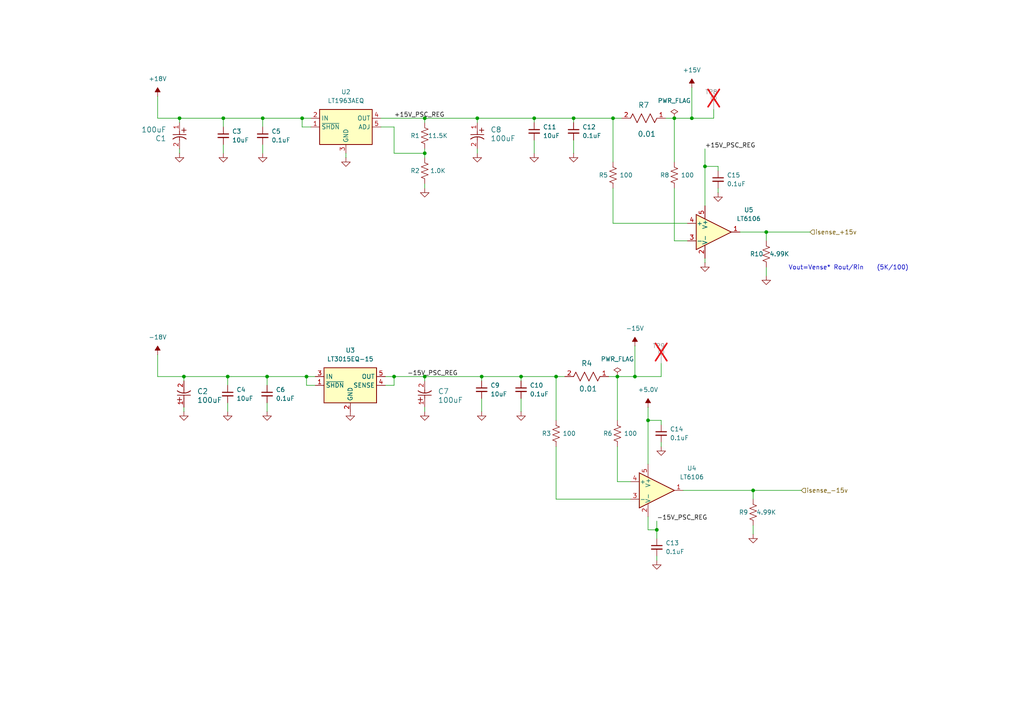
<source format=kicad_sch>
(kicad_sch (version 20250114) (generator "eeschema") (generator_version "9.0")
  (paper "A4")
  (lib_symbols
    (symbol "Connector:TestPoint" (pin_numbers (hide yes)) (pin_names (offset 0.762) (hide yes))
      (property "Reference" "TP" (at 0 6.858 0))
      (property "Value" "TestPoint" (at 0 5.08 0))
      (symbol "TestPoint_0_1"
        (circle (center 0 3.302) (radius 0.762))
      )
      (symbol "TestPoint_1_1"
        (pin passive line (at 0 0 90) (length 2.54) (name "1") (number "1"))
      )
    )
    (symbol "Device:C_Small" (pin_numbers (hide yes)) (pin_names (offset 0.254) (hide yes))
      (property "Reference" "C" (at 0.254 1.778 0))
      (property "Value" "C_Small" (at 0.254 -2.032 0))
      (symbol "C_Small_0_1"
        (polyline (pts (xy -1.524 0.508) (xy 1.524 0.508)) (stroke (width 0.3048)))
        (polyline (pts (xy -1.524 -0.508) (xy 1.524 -0.508)) (stroke (width 0.3302)))
      )
      (symbol "C_Small_1_1"
        (pin passive line (at 0 2.54 270) (length 2.032) (name "~") (number "1"))
        (pin passive line (at 0 -2.54 90) (length 2.032) (name "~") (number "2"))
      )
    )
    (symbol "Device:R_US" (pin_numbers (hide yes)) (pin_names (offset 0))
      (property "Reference" "R" (at 2.54 0 90))
      (property "Value" "R_US" (at -2.54 0 90))
      (symbol "R_US_0_1"
        (polyline (pts (xy 0 2.286) (xy 0 2.54)))
        (polyline (pts (xy 0 2.286) (xy 1.016 1.905) (xy 0 1.524) (xy -1.016 1.143) (xy 0 0.762)))
        (polyline (pts (xy 0 0.762) (xy 1.016 0.381) (xy 0 0) (xy -1.016 -0.381) (xy 0 -0.762)))
        (polyline (pts (xy 0 -0.762) (xy 1.016 -1.143) (xy 0 -1.524) (xy -1.016 -1.905) (xy 0 -2.286)))
        (polyline (pts (xy 0 -2.286) (xy 0 -2.54)))
      )
      (symbol "R_US_1_1"
        (pin passive line (at 0 3.81 270) (length 1.27) (name "~") (number "1"))
        (pin passive line (at 0 -3.81 90) (length 1.27) (name "~") (number "2"))
      )
    )
    (symbol "KRL6432E-M-R010-F-T1_1" (pin_names (offset 0.254))
      (property "Reference" "R" (at 5.715 3.81 0))
      (property "Value" "KRL6432E-M-R010-F-T1" (at 6.35 -3.81 0))
      (symbol "KRL6432E-M-R010-F-T1_1_1_1"
        (polyline (pts (xy 2.54 0) (xy 3.175 1.27)) (stroke (width 0.2032)))
        (polyline (pts (xy 3.175 1.27) (xy 4.445 -1.27)) (stroke (width 0.2032)))
        (polyline (pts (xy 4.445 -1.27) (xy 5.715 1.27)) (stroke (width 0.2032)))
        (polyline (pts (xy 5.715 1.27) (xy 6.985 -1.27)) (stroke (width 0.2032)))
        (polyline (pts (xy 6.985 -1.27) (xy 8.255 1.27)) (stroke (width 0.2032)))
        (polyline (pts (xy 8.255 1.27) (xy 9.525 -1.27)) (stroke (width 0.2032)))
        (polyline (pts (xy 9.525 -1.27) (xy 10.16 0)) (stroke (width 0.2032)))
        (pin passive line (at 0 0 0) (length 2.54) (name "") (number "1"))
        (pin passive line (at 12.7 0 180) (length 2.54) (name "") (number "2"))
      )
      (symbol "KRL6432E-M-R010-F-T1_1_1_2"
        (polyline (pts (xy -1.27 8.255) (xy 1.27 9.525)) (stroke (width 0.2032)))
        (polyline (pts (xy -1.27 5.715) (xy 1.27 6.985)) (stroke (width 0.2032)))
        (polyline (pts (xy -1.27 3.175) (xy 1.27 4.445)) (stroke (width 0.2032)))
        (polyline (pts (xy 0 2.54) (xy -1.27 3.175)) (stroke (width 0.2032)))
        (polyline (pts (xy 1.27 9.525) (xy 0 10.16)) (stroke (width 0.2032)))
        (polyline (pts (xy 1.27 6.985) (xy -1.27 8.255)) (stroke (width 0.2032)))
        (polyline (pts (xy 1.27 4.445) (xy -1.27 5.715)) (stroke (width 0.2032)))
        (pin unspecified line (at 0 12.7 270) (length 2.54) (name "") (number "1"))
        (pin unspecified line (at 0 0 90) (length 2.54) (name "") (number "2"))
      )
    )
    (symbol "Regulator_Linear:LT1963AEQ"
      (property "Reference" "U" (at -7.62 6.35 0))
      (property "Value" "LT1963AEQ" (at -1.27 6.35 0))
      (symbol "LT1963AEQ_0_1"
        (rectangle (start -7.62 5.08) (end 7.62 -5.08) (stroke (width 0.254)) (fill (type background)))
      )
      (symbol "LT1963AEQ_1_1"
        (pin power_in line (at -10.16 2.54 0) (length 2.54) (name "IN") (number "2"))
        (pin input line (at -10.16 0 0) (length 2.54) (name "~{SHDN}") (number "1"))
        (pin power_in line (at 0 -7.62 90) (length 2.54) (name "GND") (number "3"))
        (pin power_out line (at 10.16 2.54 180) (length 2.54) (name "OUT") (number "4"))
        (pin input line (at 10.16 0 180) (length 2.54) (name "ADJ") (number "5"))
      )
    )
    (symbol "Regulator_Linear:LT3015xQ-15"
      (property "Reference" "U" (at -6.35 6.35 0))
      (property "Value" "LT3015xQ-15" (at -3.81 6.35 0))
      (symbol "LT3015xQ-15_0_1"
        (rectangle (start -7.62 5.08) (end 7.62 -5.08) (stroke (width 0.254)) (fill (type background)))
      )
      (symbol "LT3015xQ-15_1_1"
        (pin power_in line (at -10.16 2.54 0) (length 2.54) (name "IN") (number "3"))
        (pin input line (at -10.16 0 0) (length 2.54) (name "~{SHDN}") (number "1"))
        (pin power_in line (at 0 -7.62 90) (length 2.54) (name "GND") (number "2"))
        (pin power_out line (at 10.16 2.54 180) (length 2.54) (name "OUT") (number "5"))
        (pin input line (at 10.16 0 180) (length 2.54) (name "SENSE") (number "4"))
      )
    )
    (symbol "power:GND" (power) (pin_numbers (hide yes)) (pin_names (offset 0) (hide yes))
      (property "Value" "GND" (at 0 -3.81 0))
      (symbol "GND_0_1"
        (polyline (pts (xy 0 0) (xy 0 -1.27) (xy 1.27 -1.27) (xy 0 -2.54) (xy -1.27 -1.27) (xy 0 -1.27)))
      )
      (symbol "GND_1_1"
        (pin power_in line (at 0 0 270) (length 0) (name "~") (number "1"))
      )
    )
    (symbol "power:PWR_FLAG" (power) (pin_numbers (hide yes)) (pin_names (offset 0) (hide yes))
      (property "Value" "PWR_FLAG" (at 0 3.81 0))
      (symbol "PWR_FLAG_0_0"
        (pin power_out line (at 0 0 90) (length 0) (name "~") (number "1"))
      )
      (symbol "PWR_FLAG_0_1"
        (polyline (pts (xy 0 0) (xy 0 1.27) (xy -1.016 1.905) (xy 0 2.54) (xy 1.016 1.905) (xy 0 1.27)))
      )
    )
    (symbol "psc:+15V" (power) (pin_numbers (hide yes)) (pin_names (offset 0) (hide yes))
      (property "Value" "+15V" (at 0 3.556 0))
      (symbol "+15V_0_0"
        (pin power_in line (at 0 0 90) (length 0) (name "~") (number "1"))
      )
      (symbol "+15V_0_1"
        (polyline (pts (xy 0 0) (xy 0 1.27) (xy 0.762 1.27) (xy 0 2.54) (xy -0.762 1.27) (xy 0 1.27)) (fill (type outline)))
      )
    )
    (symbol "psc:+18V" (power) (pin_numbers (hide yes)) (pin_names (offset 0) (hide yes))
      (property "Value" "+18V" (at 0 3.556 0))
      (symbol "+18V_0_0"
        (pin power_in line (at 0 0 90) (length 0) (name "~") (number "1"))
      )
      (symbol "+18V_0_1"
        (polyline (pts (xy 0 0) (xy 0 1.27) (xy 0.762 1.27) (xy 0 2.54) (xy -0.762 1.27) (xy 0 1.27)) (fill (type outline)))
      )
    )
    (symbol "psc:+5.0V" (power) (pin_numbers (hide yes)) (pin_names (offset 0) (hide yes))
      (property "Value" "+5.0V" (at 0 3.556 0))
      (symbol "+5.0V_0_0"
        (pin power_in line (at 0 0 90) (length 0) (name "~") (number "1"))
      )
      (symbol "+5.0V_0_1"
        (polyline (pts (xy 0 0) (xy 0 1.27) (xy 0.762 1.27) (xy 0 2.54) (xy -0.762 1.27) (xy 0 1.27)) (fill (type outline)))
      )
    )
    (symbol "psc:-15V" (power) (pin_numbers (hide yes)) (pin_names (offset 0) (hide yes))
      (property "Value" "-15V" (at 0 3.556 0))
      (symbol "-15V_0_0"
        (pin power_in line (at 0 0 90) (length 0) (name "~") (number "1"))
      )
      (symbol "-15V_0_1"
        (polyline (pts (xy 0 0) (xy 0 1.27) (xy 0.762 1.27) (xy 0 2.54) (xy -0.762 1.27) (xy 0 1.27)) (fill (type outline)))
      )
    )
    (symbol "psc:-18V" (power) (pin_numbers (hide yes)) (pin_names (offset 0) (hide yes))
      (property "Value" "-18V" (at 0 3.556 0))
      (symbol "-18V_0_0"
        (pin power_in line (at 0 0 90) (length 0) (name "~") (number "1"))
      )
      (symbol "-18V_0_1"
        (polyline (pts (xy 0 0) (xy 0 1.27) (xy 0.762 1.27) (xy 0 2.54) (xy -0.762 1.27) (xy 0 1.27)) (fill (type outline)))
      )
    )
    (symbol "psc:EEE-FTH101XAP" (pin_names (offset 0.254))
      (property "Reference" "C" (at 3.81 3.81 0))
      (property "Value" "EEE-FTH101XAP" (at 3.81 -3.81 0))
      (symbol "EEE-FTH101XAP_1_1"
        (polyline (pts (xy 1.5748 1.27) (xy 2.8448 1.27)) (stroke (width 0.2032)))
        (polyline (pts (xy 2.2098 0.635) (xy 2.2098 1.905)) (stroke (width 0.2032)))
        (polyline (pts (xy 2.54 0) (xy 3.4798 0)) (stroke (width 0.2032)))
        (polyline (pts (xy 3.4798 -1.905) (xy 3.4798 1.905)) (stroke (width 0.2032)))
        (polyline (pts (xy 4.1148 0) (xy 5.08 0)) (stroke (width 0.2032)))
        (arc (start 4.7541 -1.9108) (mid 4.1148 0) (end 4.7541 1.9108) (stroke (width 0.254)))
        (pin unspecified line (at 0 0 0) (length 2.54) (name "") (number "1"))
        (pin unspecified line (at 7.62 0 180) (length 2.54) (name "") (number "2"))
      )
      (symbol "EEE-FTH101XAP_1_2"
        (polyline (pts (xy -1.905 -3.4798) (xy 1.905 -3.4798)) (stroke (width 0.2032)))
        (polyline (pts (xy 0 -2.54) (xy 0 -3.4798)) (stroke (width 0.2032)))
        (polyline (pts (xy 0 -4.1148) (xy 0 -5.08)) (stroke (width 0.2032)))
        (arc (start -1.9108 -4.7541) (mid 0 -4.1148) (end 1.9108 -4.7541) (stroke (width 0.254)))
        (polyline (pts (xy 0.635 -2.2098) (xy 1.905 -2.2098)) (stroke (width 0.2032)))
        (polyline (pts (xy 1.27 -1.5748) (xy 1.27 -2.8448)) (stroke (width 0.2032)))
        (pin unspecified line (at 0 0 270) (length 2.54) (name "") (number "2"))
        (pin unspecified line (at 0 -7.62 90) (length 2.54) (name "") (number "1"))
      )
    )
    (symbol "psc:KRL6432E-M-R010-F-T1" (pin_names (offset 0.254))
      (property "Reference" "R" (at 5.715 3.81 0))
      (property "Value" "KRL6432E-M-R010-F-T1" (at 6.35 -3.81 0))
      (symbol "KRL6432E-M-R010-F-T1_1_1"
        (polyline (pts (xy 2.54 0) (xy 3.175 1.27)) (stroke (width 0.2032)))
        (polyline (pts (xy 3.175 1.27) (xy 4.445 -1.27)) (stroke (width 0.2032)))
        (polyline (pts (xy 4.445 -1.27) (xy 5.715 1.27)) (stroke (width 0.2032)))
        (polyline (pts (xy 5.715 1.27) (xy 6.985 -1.27)) (stroke (width 0.2032)))
        (polyline (pts (xy 6.985 -1.27) (xy 8.255 1.27)) (stroke (width 0.2032)))
        (polyline (pts (xy 8.255 1.27) (xy 9.525 -1.27)) (stroke (width 0.2032)))
        (polyline (pts (xy 9.525 -1.27) (xy 10.16 0)) (stroke (width 0.2032)))
        (pin passive line (at 0 0 0) (length 2.54) (name "") (number "1"))
        (pin passive line (at 12.7 0 180) (length 2.54) (name "") (number "2"))
      )
      (symbol "KRL6432E-M-R010-F-T1_1_2"
        (polyline (pts (xy -1.27 8.255) (xy 1.27 9.525)) (stroke (width 0.2032)))
        (polyline (pts (xy -1.27 5.715) (xy 1.27 6.985)) (stroke (width 0.2032)))
        (polyline (pts (xy -1.27 3.175) (xy 1.27 4.445)) (stroke (width 0.2032)))
        (polyline (pts (xy 0 2.54) (xy -1.27 3.175)) (stroke (width 0.2032)))
        (polyline (pts (xy 1.27 9.525) (xy 0 10.16)) (stroke (width 0.2032)))
        (polyline (pts (xy 1.27 6.985) (xy -1.27 8.255)) (stroke (width 0.2032)))
        (polyline (pts (xy 1.27 4.445) (xy -1.27 5.715)) (stroke (width 0.2032)))
        (pin unspecified line (at 0 12.7 270) (length 2.54) (name "") (number "1"))
        (pin unspecified line (at 0 0 90) (length 2.54) (name "") (number "2"))
      )
    )
    (symbol "psc:LT6105" (pin_names (offset 0.127))
      (property "Reference" "U" (at 1.27 5.08 0))
      (property "Value" "LT6105" (at 0 -5.08 0))
      (symbol "LT6105_0_1"
        (polyline (pts (xy -5.08 5.08) (xy 5.08 0) (xy -5.08 -5.08) (xy -5.08 5.08)) (stroke (width 0.254)) (fill (type background)))
      )
      (symbol "LT6105_1_1"
        (pin input line (at -7.62 2.54 0) (length 2.54) (name "+") (number "4"))
        (pin input line (at -7.62 -2.54 0) (length 2.54) (name "-") (number "3"))
        (pin power_in line (at -2.54 7.62 270) (length 3.81) (name "V+") (number "5"))
        (pin power_in line (at -2.54 -7.62 90) (length 3.81) (name "V-") (number "2"))
        (pin open_collector line (at 7.62 0 180) (length 2.54) (name "~") (number "1"))
      )
    )
    (symbol "psc:T521X107M025ATE060" (pin_names (offset 0.254))
      (property "Reference" "C" (at 3.81 3.81 0))
      (property "Value" "T521X107M025ATE060" (at 3.81 -3.81 0))
      (symbol "T521X107M025ATE060_1_1"
        (polyline (pts (xy 1.5748 1.27) (xy 2.8448 1.27)) (stroke (width 0.2032)))
        (polyline (pts (xy 2.2098 0.635) (xy 2.2098 1.905)) (stroke (width 0.2032)))
        (polyline (pts (xy 2.54 0) (xy 3.4798 0)) (stroke (width 0.2032)))
        (polyline (pts (xy 3.4798 -1.905) (xy 3.4798 1.905)) (stroke (width 0.2032)))
        (polyline (pts (xy 4.1148 0) (xy 5.08 0)) (stroke (width 0.2032)))
        (arc (start 4.7541 -1.9108) (mid 4.1148 0) (end 4.7541 1.9108) (stroke (width 0.254)))
        (pin unspecified line (at 0 0 0) (length 2.54) (name "") (number "1"))
        (pin unspecified line (at 7.62 0 180) (length 2.54) (name "") (number "2"))
      )
      (symbol "T521X107M025ATE060_1_2"
        (polyline (pts (xy -1.905 -3.4798) (xy 1.905 -3.4798)) (stroke (width 0.2032)))
        (polyline (pts (xy 0 -2.54) (xy 0 -3.4798)) (stroke (width 0.2032)))
        (polyline (pts (xy 0 -4.1148) (xy 0 -5.08)) (stroke (width 0.2032)))
        (arc (start -1.9108 -4.7541) (mid 0 -4.1148) (end 1.9108 -4.7541) (stroke (width 0.254)))
        (polyline (pts (xy 0.635 -2.2098) (xy 1.905 -2.2098)) (stroke (width 0.2032)))
        (polyline (pts (xy 1.27 -1.5748) (xy 1.27 -2.8448)) (stroke (width 0.2032)))
        (pin unspecified line (at 0 0 270) (length 2.54) (name "") (number "1"))
        (pin unspecified line (at 0 -7.62 90) (length 2.54) (name "") (number "2"))
      )
    )
  )
  (text "Vout=Vense* Rout/Rin    (5K/100)" (at 246.126 77.724 0) (effects (font (size 1.27 1.27))))
  (junction (at 139.7 109.22))
  (junction (at 123.19 109.22))
  (junction (at 87.63 34.29))
  (junction (at 187.96 121.92))
  (junction (at 66.04 109.22))
  (junction (at 161.29 109.22))
  (junction (at 204.47 48.26))
  (junction (at 166.37 34.29))
  (junction (at 179.07 109.22))
  (junction (at 53.34 109.22))
  (junction (at 195.58 34.29))
  (junction (at 177.8 34.29))
  (junction (at 76.2 34.29))
  (junction (at 184.15 109.22))
  (junction (at 123.19 34.29))
  (junction (at 123.19 44.45))
  (junction (at 52.07 34.29))
  (junction (at 190.5 153.67))
  (junction (at 200.66 34.29))
  (junction (at 114.3 109.22))
  (junction (at 77.47 109.22))
  (junction (at 218.44 142.24))
  (junction (at 138.43 34.29))
  (junction (at 64.77 34.29))
  (junction (at 154.94 34.29))
  (junction (at 222.25 67.31))
  (junction (at 151.13 109.22))
  (junction (at 88.9 109.22))
  (wire (pts (xy 87.63 36.83) (xy 87.63 34.29)))
  (wire (pts (xy 123.19 43.18) (xy 123.19 44.45)))
  (wire (pts (xy 66.04 109.22) (xy 66.04 111.76)))
  (wire (pts (xy 200.66 25.4) (xy 200.66 34.29)))
  (wire (pts (xy 161.29 129.54) (xy 161.29 144.78)))
  (wire (pts (xy 64.77 44.45) (xy 64.77 41.91)))
  (wire (pts (xy 114.3 109.22) (xy 111.76 109.22)))
  (wire (pts (xy 139.7 110.49) (xy 139.7 109.22)))
  (wire (pts (xy 110.49 36.83) (xy 114.3 36.83)))
  (wire (pts (xy 114.3 36.83) (xy 114.3 44.45)))
  (wire (pts (xy 45.72 27.94) (xy 45.72 34.29)))
  (wire (pts (xy 123.19 44.45) (xy 123.19 45.72)))
  (wire (pts (xy 123.19 109.22) (xy 139.7 109.22)))
  (wire (pts (xy 193.04 34.29) (xy 195.58 34.29)))
  (wire (pts (xy 53.34 109.22) (xy 66.04 109.22)))
  (wire (pts (xy 87.63 34.29) (xy 90.17 34.29)))
  (wire (pts (xy 176.53 109.22) (xy 179.07 109.22)))
  (wire (pts (xy 139.7 119.38) (xy 139.7 115.57)))
  (wire (pts (xy 218.44 142.24) (xy 232.41 142.24)))
  (wire (pts (xy 45.72 109.22) (xy 53.34 109.22)))
  (wire (pts (xy 208.28 55.88) (xy 208.28 54.61)))
  (wire (pts (xy 114.3 44.45) (xy 123.19 44.45)))
  (wire (pts (xy 190.5 153.67) (xy 190.5 151.13)))
  (wire (pts (xy 222.25 80.01) (xy 222.25 77.47)))
  (wire (pts (xy 199.39 69.85) (xy 195.58 69.85)))
  (wire (pts (xy 91.44 111.76) (xy 88.9 111.76)))
  (wire (pts (xy 218.44 154.94) (xy 218.44 152.4)))
  (wire (pts (xy 123.19 109.22) (xy 123.19 110.49)))
  (wire (pts (xy 204.47 48.26) (xy 204.47 59.69)))
  (wire (pts (xy 161.29 109.22) (xy 163.83 109.22)))
  (wire (pts (xy 45.72 34.29) (xy 52.07 34.29)))
  (wire (pts (xy 151.13 110.49) (xy 151.13 109.22)))
  (wire (pts (xy 208.28 49.53) (xy 208.28 48.26)))
  (wire (pts (xy 154.94 44.45) (xy 154.94 40.64)))
  (wire (pts (xy 138.43 34.29) (xy 154.94 34.29)))
  (wire (pts (xy 77.47 109.22) (xy 88.9 109.22)))
  (wire (pts (xy 45.72 102.87) (xy 45.72 109.22)))
  (wire (pts (xy 191.77 121.92) (xy 187.96 121.92)))
  (wire (pts (xy 195.58 34.29) (xy 200.66 34.29)))
  (wire (pts (xy 76.2 34.29) (xy 87.63 34.29)))
  (wire (pts (xy 179.07 129.54) (xy 179.07 139.7)))
  (wire (pts (xy 52.07 34.29) (xy 64.77 34.29)))
  (wire (pts (xy 138.43 35.56) (xy 138.43 34.29)))
  (wire (pts (xy 114.3 109.22) (xy 123.19 109.22)))
  (wire (pts (xy 177.8 34.29) (xy 177.8 46.99)))
  (wire (pts (xy 182.88 139.7) (xy 179.07 139.7)))
  (wire (pts (xy 177.8 54.61) (xy 177.8 64.77)))
  (wire (pts (xy 195.58 34.29) (xy 195.58 46.99)))
  (wire (pts (xy 179.07 109.22) (xy 179.07 121.92)))
  (wire (pts (xy 190.5 162.56) (xy 190.5 161.29)))
  (wire (pts (xy 222.25 67.31) (xy 222.25 69.85)))
  (wire (pts (xy 166.37 35.56) (xy 166.37 34.29)))
  (wire (pts (xy 151.13 119.38) (xy 151.13 115.57)))
  (wire (pts (xy 123.19 34.29) (xy 123.19 35.56)))
  (wire (pts (xy 218.44 142.24) (xy 218.44 144.78)))
  (wire (pts (xy 154.94 34.29) (xy 166.37 34.29)))
  (wire (pts (xy 190.5 153.67) (xy 190.5 156.21)))
  (wire (pts (xy 88.9 109.22) (xy 91.44 109.22)))
  (wire (pts (xy 110.49 34.29) (xy 123.19 34.29)))
  (wire (pts (xy 123.19 118.11) (xy 123.19 119.38)))
  (wire (pts (xy 198.12 142.24) (xy 218.44 142.24)))
  (wire (pts (xy 179.07 109.22) (xy 184.15 109.22)))
  (wire (pts (xy 90.17 36.83) (xy 87.63 36.83)))
  (wire (pts (xy 214.63 67.31) (xy 222.25 67.31)))
  (wire (pts (xy 114.3 111.76) (xy 114.3 109.22)))
  (wire (pts (xy 111.76 111.76) (xy 114.3 111.76)))
  (wire (pts (xy 207.01 31.75) (xy 207.01 34.29)))
  (wire (pts (xy 222.25 67.31) (xy 234.95 67.31)))
  (wire (pts (xy 207.01 34.29) (xy 200.66 34.29)))
  (wire (pts (xy 199.39 64.77) (xy 177.8 64.77)))
  (wire (pts (xy 66.04 119.38) (xy 66.04 116.84)))
  (wire (pts (xy 100.33 45.72) (xy 100.33 44.45)))
  (wire (pts (xy 76.2 36.83) (xy 76.2 34.29)))
  (wire (pts (xy 76.2 44.45) (xy 76.2 41.91)))
  (wire (pts (xy 123.19 54.61) (xy 123.19 53.34)))
  (wire (pts (xy 52.07 44.45) (xy 52.07 43.18)))
  (wire (pts (xy 64.77 34.29) (xy 76.2 34.29)))
  (wire (pts (xy 187.96 153.67) (xy 187.96 149.86)))
  (wire (pts (xy 204.47 43.18) (xy 204.47 48.26)))
  (wire (pts (xy 88.9 111.76) (xy 88.9 109.22)))
  (wire (pts (xy 53.34 118.11) (xy 53.34 119.38)))
  (wire (pts (xy 191.77 105.41) (xy 191.77 109.22)))
  (wire (pts (xy 161.29 144.78) (xy 182.88 144.78)))
  (wire (pts (xy 191.77 123.19) (xy 191.77 121.92)))
  (wire (pts (xy 139.7 109.22) (xy 151.13 109.22)))
  (wire (pts (xy 166.37 34.29) (xy 177.8 34.29)))
  (wire (pts (xy 187.96 121.92) (xy 187.96 134.62)))
  (wire (pts (xy 208.28 48.26) (xy 204.47 48.26)))
  (wire (pts (xy 53.34 109.22) (xy 53.34 110.49)))
  (wire (pts (xy 190.5 153.67) (xy 187.96 153.67)))
  (wire (pts (xy 77.47 111.76) (xy 77.47 109.22)))
  (wire (pts (xy 184.15 100.33) (xy 184.15 109.22)))
  (wire (pts (xy 66.04 109.22) (xy 77.47 109.22)))
  (wire (pts (xy 52.07 34.29) (xy 52.07 35.56)))
  (wire (pts (xy 191.77 129.54) (xy 191.77 128.27)))
  (wire (pts (xy 123.19 34.29) (xy 138.43 34.29)))
  (wire (pts (xy 161.29 109.22) (xy 161.29 121.92)))
  (wire (pts (xy 195.58 54.61) (xy 195.58 69.85)))
  (wire (pts (xy 77.47 119.38) (xy 77.47 116.84)))
  (wire (pts (xy 154.94 35.56) (xy 154.94 34.29)))
  (wire (pts (xy 138.43 44.45) (xy 138.43 43.18)))
  (wire (pts (xy 166.37 44.45) (xy 166.37 40.64)))
  (wire (pts (xy 151.13 109.22) (xy 161.29 109.22)))
  (wire (pts (xy 191.77 109.22) (xy 184.15 109.22)))
  (wire (pts (xy 64.77 34.29) (xy 64.77 36.83)))
  (wire (pts (xy 204.47 76.2) (xy 204.47 74.93)))
  (wire (pts (xy 177.8 34.29) (xy 180.34 34.29)))
  (wire (pts (xy 187.96 118.11) (xy 187.96 121.92)))
  (label "+15V_PSC_REG" (at 114.3 34.29 0))
  (label "+15V_PSC_REG" (at 204.47 43.18 0))
  (label "-15V_PSC_REG" (at 118.11 109.22 0))
  (label "-15V_PSC_REG" (at 190.5 151.13 0))
  (hierarchical_label "isense_+15v" (shape input) (at 234.95 67.31 0))
  (hierarchical_label "isense_-15v" (shape input) (at 232.41 142.24 0))
  (symbol (lib_id "psc:+18V") (at 45.72 27.94 0) (unit 1)
    (property "Reference" "#PWR033" (effects (hide yes)))
    (property "Value" "+18V" (at 45.72 22.86 0))
    (property "Description" "Power symbol creates a global label with name \"-15V\"" (effects (hide yes)))
  )
  (symbol (lib_id "Connector:TestPoint") (at 207.01 31.75 0) (unit 1) (dnp yes)
    (property "Reference" "TP8" (at 204.47 26.67 0) (effects (justify left)))
    (property "Value" "${SHORT_NET_NAME(1)}" (effects (hide yes)))
    (property "Footprint" "TestPoint:TestPoint_THTPad_D2.0mm_Drill1.0mm" (effects (hide yes)))
    (property "${DNP}" "${DNP}" (effects (hide yes)))
    (property "MFG" "N/A" (effects (hide yes)))
    (property "MFG_PN" "N/A" (effects (hide yes)))
  )
  (symbol (lib_id "Device:C_Small") (at 208.28 52.07 0) (unit 1)
    (property "Reference" "C15" (at 210.82 50.8062 0) (effects (justify left)))
    (property "Value" "0.1uF" (at 210.82 53.3462 0) (effects (justify left)))
    (property "Footprint" "Capacitor_SMD:C_0402_1005Metric" (effects (hide yes)))
    (property "Description" "CAP CER 0.1UF 25V X5R 0402" (effects (hide yes)))
    (property "MFG" "Taiyo Yuden" (effects (hide yes)))
    (property "MFG_PN" "TMK105BJ104KV-F" (effects (hide yes)))
    (property "Cost" ".01" (effects (hide yes)))
  )
  (symbol (lib_id "power:GND") (at 100.33 45.72 0) (unit 1)
    (property "Reference" "#PWR041" (effects (hide yes)))
    (property "Value" "GND" (effects (hide yes)))
    (property "Description" "Power symbol creates a global label with name \"GND\" , ground" (effects (hide yes)))
  )
  (symbol (lib_id "power:GND") (at 101.6 119.38 0) (unit 1)
    (property "Reference" "#PWR042" (effects (hide yes)))
    (property "Value" "GND" (effects (hide yes)))
    (property "Description" "Power symbol creates a global label with name \"GND\" , ground" (effects (hide yes)))
  )
  (symbol (lib_name "KRL6432E-M-R010-F-T1_1") (lib_id "psc:KRL6432E-M-R010-F-T1") (at 176.53 109.22 180) (unit 1)
    (property "Reference" "R4" (at 170.18 105.41 0) (effects (font (size 1.524 1.524))))
    (property "Value" "0.01" (at 167.894 112.776 0) (effects (font (size 1.524 1.524)) (justify right)))
    (property "Footprint" "myparts:RES_6432_SUS" (effects (hide yes)))
    (property "Datasheet" "KRL6432E-M-R010-F-T1" (effects (hide yes)))
    (property "Description" "RES 0.01 OHM 3W 2512 WIDE" (effects (hide yes)))
    (property "MFG" "Susumu" (effects (hide yes)))
    (property "MFG_PN" "KRL6432E-M-R010-F-T1" (effects (hide yes)))
    (property "Cost" "0.71" (effects (hide yes)))
  )
  (symbol (lib_id "Device:C_Small") (at 190.5 158.75 0) (unit 1)
    (property "Reference" "C13" (at 193.04 157.4862 0) (effects (justify left)))
    (property "Value" "0.1uF" (at 193.04 160.0262 0) (effects (justify left)))
    (property "Footprint" "Capacitor_SMD:C_0402_1005Metric" (effects (hide yes)))
    (property "Description" "CAP CER 0.1UF 25V X5R 0402" (effects (hide yes)))
    (property "MFG" "Taiyo Yuden" (effects (hide yes)))
    (property "MFG_PN" "TMK105BJ104KV-F" (effects (hide yes)))
    (property "Cost" ".01" (effects (hide yes)))
  )
  (symbol (lib_id "power:GND") (at 154.94 44.45 0) (unit 1)
    (property "Reference" "#PWR048" (effects (hide yes)))
    (property "Value" "GND" (effects (hide yes)))
    (property "Description" "Power symbol creates a global label with name \"GND\" , ground" (effects (hide yes)))
  )
  (symbol (lib_id "power:GND") (at 138.43 44.45 0) (unit 1)
    (property "Reference" "#PWR045" (effects (hide yes)))
    (property "Value" "GND" (effects (hide yes)))
    (property "Description" "Power symbol creates a global label with name \"GND\" , ground" (effects (hide yes)))
  )
  (symbol (lib_id "power:GND") (at 218.44 154.94 0) (unit 1)
    (property "Reference" "#PWR058" (effects (hide yes)))
    (property "Value" "GND" (effects (hide yes)))
    (property "Description" "Power symbol creates a global label with name \"GND\" , ground" (effects (hide yes)))
  )
  (symbol (lib_id "power:GND") (at 151.13 119.38 0) (unit 1)
    (property "Reference" "#PWR047" (effects (hide yes)))
    (property "Value" "GND" (effects (hide yes)))
    (property "Description" "Power symbol creates a global label with name \"GND\" , ground" (effects (hide yes)))
  )
  (symbol (lib_id "psc:-18V") (at 45.72 102.87 0) (unit 1)
    (property "Reference" "#PWR034" (effects (hide yes)))
    (property "Value" "-18V" (at 45.72 97.79 0))
    (property "Description" "Power symbol creates a global label with name \"-15V\"" (effects (hide yes)))
  )
  (symbol (lib_id "power:GND") (at 64.77 44.45 0) (unit 1)
    (property "Reference" "#PWR037" (effects (hide yes)))
    (property "Value" "GND" (effects (hide yes)))
    (property "Description" "Power symbol creates a global label with name \"GND\" , ground" (effects (hide yes)))
  )
  (symbol (lib_id "psc:+15V") (at 200.66 25.4 0) (unit 1)
    (property "Reference" "#PWR057" (effects (hide yes)))
    (property "Value" "+15V" (at 200.66 20.32 0))
    (property "Description" "Power symbol creates a global label with name \"-15V\"" (effects (hide yes)))
  )
  (symbol (lib_id "Device:R_US") (at 177.8 50.8 0) (unit 1)
    (property "Reference" "R5" (at 175.006 50.8 0))
    (property "Value" "100" (at 181.61 50.8 0))
    (property "Footprint" "Resistor_SMD:R_0402_1005Metric" (effects (hide yes)))
    (property "Description" "RES SMD 100 OHM 1% 1/10W 0402" (effects (hide yes)))
    (property "Tolerance" "1%" (effects (hide yes)))
    (property "MFG" "Panasonic" (effects (hide yes)))
    (property "MFG_PN" "ERJ-2RKF1000X" (effects (hide yes)))
    (property "Cost" "0.01" (effects (hide yes)))
  )
  (symbol (lib_id "Regulator_Linear:LT3015xQ-15") (at 101.6 111.76 0) (unit 1)
    (property "Reference" "U3" (at 101.6 101.6 0))
    (property "Value" "LT3015EQ-15" (at 101.6 104.14 0))
    (property "Footprint" "Package_TO_SOT_SMD:TO-263-5_TabPin3" (effects (hide yes)))
    (property "Datasheet" "https://www.analog.com/media/en/technical-documentation/data-sheets/3015fb.pdf" (effects (hide yes)))
    (property "Description" "IC REG LINEAR -15V 1.5A DDPAK-5" (effects (hide yes)))
    (property "Cost" "6.46" (effects (hide yes)))
    (property "MFG" "Analog Devices" (effects (hide yes)))
    (property "MFG_PN" "LT3015EQ-15#PBF" (effects (hide yes)))
  )
  (symbol (lib_id "Device:C_Small") (at 64.77 39.37 0) (unit 1)
    (property "Reference" "C3" (at 67.31 38.1062 0) (effects (justify left)))
    (property "Value" "10uF" (at 67.31 40.6462 0) (effects (justify left)))
    (property "Footprint" "Capacitor_SMD:C_0603_1608Metric" (effects (hide yes)))
    (property "Description" "CAP CER 10UF 25V X5R 0603" (effects (hide yes)))
    (property "Voltage" "25V" (effects (hide yes)))
    (property "MFG_PN" "CL10A106MA8NRNC" (effects (hide yes)))
    (property "Cost" ".04" (effects (hide yes)))
    (property "MFG" "Samsung" (effects (hide yes)))
  )
  (symbol (lib_id "Device:C_Small") (at 77.47 114.3 0) (unit 1)
    (property "Reference" "C6" (at 80.01 113.0362 0) (effects (justify left)))
    (property "Value" "0.1uF" (at 80.01 115.5762 0) (effects (justify left)))
    (property "Footprint" "Capacitor_SMD:C_0402_1005Metric" (effects (hide yes)))
    (property "Description" "CAP CER 0.1UF 25V X5R 0402" (effects (hide yes)))
    (property "MFG" "Taiyo Yuden" (effects (hide yes)))
    (property "MFG_PN" "TMK105BJ104KV-F" (effects (hide yes)))
    (property "Cost" ".01" (effects (hide yes)))
  )
  (symbol (lib_id "Connector:TestPoint") (at 191.77 105.41 0) (unit 1) (dnp yes)
    (property "Reference" "TP9" (at 189.23 100.33 0) (effects (justify left)))
    (property "Value" "${SHORT_NET_NAME(1)}" (effects (hide yes)))
    (property "Footprint" "TestPoint:TestPoint_THTPad_D2.0mm_Drill1.0mm" (effects (hide yes)))
    (property "${DNP}" "${DNP}" (effects (hide yes)))
    (property "MFG" "N/A" (effects (hide yes)))
    (property "MFG_PN" "N/A" (effects (hide yes)))
  )
  (symbol (lib_id "power:PWR_FLAG") (at 179.07 109.22 0) (unit 1)
    (property "Reference" "#FLG04" (effects (hide yes)))
    (property "Value" "PWR_FLAG" (at 179.07 104.14 0))
    (property "Description" "Special symbol for telling ERC where power comes from" (effects (hide yes)))
  )
  (symbol (lib_id "Device:R_US") (at 123.19 49.53 0) (unit 1)
    (property "Reference" "R2" (at 120.396 49.53 0))
    (property "Value" "1.0K" (at 127 49.53 0))
    (property "Footprint" "Resistor_SMD:R_0402_1005Metric" (effects (hide yes)))
    (property "Description" "RES SMD 1K OHM 1% 1/10W 0402" (effects (hide yes)))
    (property "Tolerance" "1%" (effects (hide yes)))
    (property "MFG" "Panasonic" (effects (hide yes)))
    (property "MFG_PN" "ERJ-2RKF1001X" (effects (hide yes)))
    (property "Cost" "0.01" (effects (hide yes)))
  )
  (symbol (lib_id "psc:T521X107M025ATE060") (at 138.43 35.56 270) (unit 1)
    (property "Reference" "C8" (at 142.24 37.6173 90) (effects (font (size 1.524 1.524)) (justify left)))
    (property "Value" "100uF" (at 142.24 40.1573 90) (effects (font (size 1.524 1.524)) (justify left)))
    (property "Footprint" "myparts:CAPMP7.6X4.3_4.3N_KEM" (effects (hide yes)))
    (property "Datasheet" "https://content.kemet.com/datasheets/KEM_T2076_T52X-530.pdf" (effects (hide yes)))
    (property "Description" "CAP TANT POLY 100UF 25V 2917" (effects (hide yes)))
    (property "Part" "T521X107M025ATE060" (effects (hide yes)))
    (property "MFG" "Kemet" (effects (hide yes)))
    (property "MFG_PN" "T521X107M025ATE060" (effects (hide yes)))
    (property "Cost" "3.56" (effects (hide yes)))
  )
  (symbol (lib_id "psc:T521X107M025ATE060") (at 123.19 118.11 90) (unit 1)
    (property "Reference" "C7" (at 127 113.5125 90) (effects (font (size 1.524 1.524)) (justify right)))
    (property "Value" "100uF" (at 127 116.0525 90) (effects (font (size 1.524 1.524)) (justify right)))
    (property "Footprint" "myparts:CAPMP7.6X4.3_4.3N_KEM" (effects (hide yes)))
    (property "Datasheet" "https://content.kemet.com/datasheets/KEM_T2076_T52X-530.pdf" (effects (hide yes)))
    (property "Description" "CAP TANT POLY 100UF 25V 2917" (effects (hide yes)))
    (property "Part" "T521X107M025ATE060" (effects (hide yes)))
    (property "MFG" "Kemet" (effects (hide yes)))
    (property "MFG_PN" "T521X107M025ATE060" (effects (hide yes)))
    (property "Cost" "3.56" (effects (hide yes)))
  )
  (symbol (lib_id "psc:LT6105") (at 190.5 142.24 0) (unit 1)
    (property "Reference" "U4" (at 200.66 135.8198 0))
    (property "Value" "LT6106" (at 200.66 138.3598 0))
    (property "Footprint" "Package_TO_SOT_SMD:SOT-23-5" (effects (hide yes)))
    (property "Datasheet" "https://www.analog.com/media/en/technical-documentation/data-sheets/6106fb.pdf" (effects (hide yes)))
    (property "Description" "IC CURR SENSE 1 CIRCUIT TSOT23-5" (effects (hide yes)))
    (property "Cost" "2.01" (effects (hide yes)))
    (property "MFG" "Analog Devices" (effects (hide yes)))
    (property "MFG_PN" "LT6106CS5#TRMPBF" (effects (hide yes)))
  )
  (symbol (lib_id "power:GND") (at 123.19 119.38 0) (unit 1)
    (property "Reference" "#PWR044" (effects (hide yes)))
    (property "Value" "GND" (effects (hide yes)))
    (property "Description" "Power symbol creates a global label with name \"GND\" , ground" (effects (hide yes)))
  )
  (symbol (lib_id "psc:KRL6432E-M-R010-F-T1") (at 193.04 34.29 180) (unit 1)
    (property "Reference" "R7" (at 186.69 30.48 0) (effects (font (size 1.524 1.524))))
    (property "Value" "0.01" (at 184.912 38.862 0) (effects (font (size 1.524 1.524)) (justify right)))
    (property "Footprint" "myparts:RES_6432_SUS" (effects (hide yes)))
    (property "Datasheet" "KRL6432E-M-R010-F-T1" (effects (hide yes)))
    (property "Description" "RES 0.01 OHM 3W 2512 WIDE" (effects (hide yes)))
    (property "Cost" "0.71" (effects (hide yes)))
    (property "MFG" "Susumu" (effects (hide yes)))
    (property "MFG_PN" "KRL6432E-M-R010-F-T1" (effects (hide yes)))
  )
  (symbol (lib_id "power:GND") (at 77.47 119.38 0) (unit 1)
    (property "Reference" "#PWR040" (effects (hide yes)))
    (property "Value" "GND" (effects (hide yes)))
    (property "Description" "Power symbol creates a global label with name \"GND\" , ground" (effects (hide yes)))
  )
  (symbol (lib_id "Device:R_US") (at 161.29 125.73 0) (unit 1)
    (property "Reference" "R3" (at 158.496 125.73 0))
    (property "Value" "100" (at 165.1 125.73 0))
    (property "Footprint" "Resistor_SMD:R_0402_1005Metric" (effects (hide yes)))
    (property "Description" "RES SMD 100 OHM 1% 1/10W 0402" (effects (hide yes)))
    (property "Tolerance" "1%" (effects (hide yes)))
    (property "MFG" "Panasonic" (effects (hide yes)))
    (property "MFG_PN" "ERJ-2RKF1000X" (effects (hide yes)))
    (property "Cost" "0.01" (effects (hide yes)))
  )
  (symbol (lib_id "power:GND") (at 53.34 119.38 0) (unit 1)
    (property "Reference" "#PWR036" (effects (hide yes)))
    (property "Value" "GND" (effects (hide yes)))
    (property "Description" "Power symbol creates a global label with name \"GND\" , ground" (effects (hide yes)))
  )
  (symbol (lib_id "Regulator_Linear:LT1963AEQ") (at 100.33 36.83 0) (unit 1)
    (property "Reference" "U2" (at 100.33 26.67 0))
    (property "Value" "LT1963AEQ" (at 100.33 29.21 0))
    (property "Footprint" "Package_TO_SOT_SMD:TO-263-5_TabPin3" (effects (hide yes)))
    (property "Datasheet" "https://www.analog.com/media/en/technical-documentation/data-sheets/1963aff.pdf" (effects (hide yes)))
    (property "Description" "IC REG LIN POS ADJ 1.5A DDPAK-5" (effects (hide yes)))
    (property "Cost" "5.57" (effects (hide yes)))
    (property "MFG" "Analog Devices" (effects (hide yes)))
    (property "MFG_PN" "LT1963AEQ#TRPBF" (effects (hide yes)))
  )
  (symbol (lib_id "power:GND") (at 66.04 119.38 0) (unit 1)
    (property "Reference" "#PWR038" (effects (hide yes)))
    (property "Value" "GND" (effects (hide yes)))
    (property "Description" "Power symbol creates a global label with name \"GND\" , ground" (effects (hide yes)))
  )
  (symbol (lib_id "Device:C_Small") (at 191.77 125.73 0) (unit 1)
    (property "Reference" "C14" (at 194.31 124.4662 0) (effects (justify left)))
    (property "Value" "0.1uF" (at 194.31 127.0062 0) (effects (justify left)))
    (property "Footprint" "Capacitor_SMD:C_0402_1005Metric" (effects (hide yes)))
    (property "Description" "CAP CER 0.1UF 25V X5R 0402" (effects (hide yes)))
    (property "MFG" "Taiyo Yuden" (effects (hide yes)))
    (property "MFG_PN" "TMK105BJ104KV-F" (effects (hide yes)))
    (property "Cost" ".01" (effects (hide yes)))
  )
  (symbol (lib_id "Device:C_Small") (at 139.7 113.03 0) (unit 1)
    (property "Reference" "C9" (at 142.24 111.7662 0) (effects (justify left)))
    (property "Value" "10uF" (at 142.24 114.3062 0) (effects (justify left)))
    (property "Footprint" "Capacitor_SMD:C_0603_1608Metric" (effects (hide yes)))
    (property "Description" "CAP CER 10UF 25V X5R 0603" (effects (hide yes)))
    (property "Voltage" "25V" (effects (hide yes)))
    (property "MFG_PN" "CL10A106MA8NRNC" (effects (hide yes)))
    (property "Cost" ".04" (effects (hide yes)))
    (property "MFG" "Samsung" (effects (hide yes)))
  )
  (symbol (lib_id "Device:C_Small") (at 66.04 114.3 0) (unit 1)
    (property "Reference" "C4" (at 68.58 113.0362 0) (effects (justify left)))
    (property "Value" "10uF" (at 68.58 115.5762 0) (effects (justify left)))
    (property "Footprint" "Capacitor_SMD:C_0603_1608Metric" (effects (hide yes)))
    (property "Description" "CAP CER 10UF 25V X5R 0603" (effects (hide yes)))
    (property "Voltage" "25V" (effects (hide yes)))
    (property "MFG_PN" "CL10A106MA8NRNC" (effects (hide yes)))
    (property "Cost" ".04" (effects (hide yes)))
    (property "MFG" "Samsung" (effects (hide yes)))
  )
  (symbol (lib_id "power:GND") (at 204.47 76.2 0) (unit 1)
    (property "Reference" "#PWR055" (effects (hide yes)))
    (property "Value" "GND" (effects (hide yes)))
    (property "Description" "Power symbol creates a global label with name \"GND\" , ground" (effects (hide yes)))
  )
  (symbol (lib_id "psc:LT6105") (at 207.01 67.31 0) (unit 1)
    (property "Reference" "U5" (at 217.17 60.8898 0))
    (property "Value" "LT6106" (at 217.17 63.4298 0))
    (property "Footprint" "Package_TO_SOT_SMD:SOT-23-5" (effects (hide yes)))
    (property "Datasheet" "https://www.analog.com/media/en/technical-documentation/data-sheets/6106fb.pdf" (effects (hide yes)))
    (property "Description" "IC CURR SENSE 1 CIRCUIT TSOT23-5" (effects (hide yes)))
    (property "Cost" "2.01" (effects (hide yes)))
    (property "MFG" "Analog Devices" (effects (hide yes)))
    (property "MFG_PN" "LT6106CS5#TRMPBF" (effects (hide yes)))
  )
  (symbol (lib_id "psc:EEE-FTH101XAP") (at 52.07 35.56 270) (unit 1)
    (property "Reference" "C1" (at 48.26 40.1575 90) (effects (font (size 1.524 1.524)) (justify right)))
    (property "Value" "100uF" (at 48.26 37.6175 90) (effects (font (size 1.524 1.524)) (justify right)))
    (property "Footprint" "myparts:CAP_EEFK_D8_PAN" (effects (hide yes)))
    (property "Datasheet" "EEE-FTH101XAP" (effects (hide yes)))
    (property "Description" "CAP ALUM 100UF 20% 50V SMD" (effects (hide yes)))
    (property "MFG" "Panasonic" (effects (hide yes)))
    (property "MFG_PN" "EEE-FTH101XAP" (effects (hide yes)))
    (property "Cost" "0.44" (effects (hide yes)))
  )
  (symbol (lib_id "Device:R_US") (at 179.07 125.73 0) (unit 1)
    (property "Reference" "R6" (at 176.276 125.73 0))
    (property "Value" "100" (at 182.88 125.73 0))
    (property "Footprint" "Resistor_SMD:R_0402_1005Metric" (effects (hide yes)))
    (property "Description" "RES SMD 100 OHM 1% 1/10W 0402" (effects (hide yes)))
    (property "Tolerance" "1%" (effects (hide yes)))
    (property "MFG" "Panasonic" (effects (hide yes)))
    (property "MFG_PN" "ERJ-2RKF1000X" (effects (hide yes)))
    (property "Cost" "0.01" (effects (hide yes)))
  )
  (symbol (lib_id "power:GND") (at 76.2 44.45 0) (unit 1)
    (property "Reference" "#PWR039" (effects (hide yes)))
    (property "Value" "GND" (effects (hide yes)))
    (property "Description" "Power symbol creates a global label with name \"GND\" , ground" (effects (hide yes)))
  )
  (symbol (lib_id "power:GND") (at 123.19 54.61 0) (unit 1)
    (property "Reference" "#PWR043" (effects (hide yes)))
    (property "Value" "GND" (effects (hide yes)))
    (property "Description" "Power symbol creates a global label with name \"GND\" , ground" (effects (hide yes)))
  )
  (symbol (lib_id "psc:-15V") (at 184.15 100.33 0) (unit 1)
    (property "Reference" "#PWR054" (effects (hide yes)))
    (property "Value" "-15V" (at 184.15 95.25 0))
    (property "Description" "Power symbol creates a global label with name \"-15V\"" (effects (hide yes)))
  )
  (symbol (lib_id "power:GND") (at 222.25 80.01 0) (unit 1)
    (property "Reference" "#PWR059" (effects (hide yes)))
    (property "Value" "GND" (effects (hide yes)))
    (property "Description" "Power symbol creates a global label with name \"GND\" , ground" (effects (hide yes)))
  )
  (symbol (lib_id "Device:C_Small") (at 154.94 38.1 0) (unit 1)
    (property "Reference" "C11" (at 157.48 36.8362 0) (effects (justify left)))
    (property "Value" "10uF" (at 157.48 39.3762 0) (effects (justify left)))
    (property "Footprint" "Capacitor_SMD:C_0603_1608Metric" (effects (hide yes)))
    (property "Description" "CAP CER 10UF 25V X5R 0603" (effects (hide yes)))
    (property "Voltage" "25V" (effects (hide yes)))
    (property "MFG_PN" "CL10A106MA8NRNC" (effects (hide yes)))
    (property "Cost" ".04" (effects (hide yes)))
    (property "MFG" "Samsung" (effects (hide yes)))
  )
  (symbol (lib_id "Device:C_Small") (at 151.13 113.03 0) (unit 1)
    (property "Reference" "C10" (at 153.67 111.7662 0) (effects (justify left)))
    (property "Value" "0.1uF" (at 153.67 114.3062 0) (effects (justify left)))
    (property "Footprint" "Capacitor_SMD:C_0402_1005Metric" (effects (hide yes)))
    (property "Description" "CAP CER 0.1UF 25V X5R 0402" (effects (hide yes)))
    (property "MFG" "Taiyo Yuden" (effects (hide yes)))
    (property "MFG_PN" "TMK105BJ104KV-F" (effects (hide yes)))
    (property "Cost" ".01" (effects (hide yes)))
  )
  (symbol (lib_id "Device:R_US") (at 123.19 39.37 0) (unit 1)
    (property "Reference" "R1" (at 120.396 39.37 0))
    (property "Value" "11.5K" (at 127 39.37 0))
    (property "Footprint" "Resistor_SMD:R_0402_1005Metric" (effects (hide yes)))
    (property "Description" "ERJ-2RKF1152X" (effects (hide yes)))
    (property "Tolerance" "1%" (effects (hide yes)))
    (property "Cost" "0.01" (effects (hide yes)))
    (property "MFG" "Panasonic" (effects (hide yes)))
    (property "MFG_PN" "ERJ-2RKF1152X" (effects (hide yes)))
  )
  (symbol (lib_id "psc:+5.0V") (at 187.96 118.11 0) (unit 1)
    (property "Reference" "#PWR0236" (effects (hide yes)))
    (property "Value" "+5.0V" (at 187.96 113.03 0))
    (property "Description" "Power symbol creates a global label with name \"-15V\"" (effects (hide yes)))
  )
  (symbol (lib_id "Device:C_Small") (at 166.37 38.1 0) (unit 1)
    (property "Reference" "C12" (at 168.91 36.8362 0) (effects (justify left)))
    (property "Value" "0.1uF" (at 168.91 39.3762 0) (effects (justify left)))
    (property "Footprint" "Capacitor_SMD:C_0402_1005Metric" (effects (hide yes)))
    (property "Description" "CAP CER 0.1UF 25V X5R 0402" (effects (hide yes)))
    (property "MFG" "Taiyo Yuden" (effects (hide yes)))
    (property "MFG_PN" "TMK105BJ104KV-F" (effects (hide yes)))
    (property "Cost" ".01" (effects (hide yes)))
  )
  (symbol (lib_id "Device:R_US") (at 222.25 73.66 0) (unit 1)
    (property "Reference" "R10" (at 219.456 73.66 0))
    (property "Value" "4.99K" (at 226.06 73.66 0))
    (property "Footprint" "Resistor_SMD:R_0402_1005Metric" (effects (hide yes)))
    (property "Description" "RES SMD 4.99K OHM 1% 1/10W 0402" (effects (hide yes)))
    (property "Tolerance" "1%" (effects (hide yes)))
    (property "MFG" "Panasonic" (effects (hide yes)))
    (property "MFG_PN" "ERJ-2RKF4991X" (effects (hide yes)))
    (property "Cost" "0.01" (effects (hide yes)))
  )
  (symbol (lib_id "Device:R_US") (at 218.44 148.59 0) (unit 1)
    (property "Reference" "R9" (at 215.646 148.59 0))
    (property "Value" "4.99K" (at 222.25 148.59 0))
    (property "Footprint" "Resistor_SMD:R_0402_1005Metric" (effects (hide yes)))
    (property "Description" "RES SMD 4.99K OHM 1% 1/10W 0402" (effects (hide yes)))
    (property "Tolerance" "1%" (effects (hide yes)))
    (property "MFG" "Panasonic" (effects (hide yes)))
    (property "MFG_PN" "ERJ-2RKF4991X" (effects (hide yes)))
    (property "Cost" "0.01" (effects (hide yes)))
  )
  (symbol (lib_id "psc:EEE-FTH101XAP") (at 53.34 118.11 90) (unit 1)
    (property "Reference" "C2" (at 57.15 113.5125 90) (effects (font (size 1.524 1.524)) (justify right)))
    (property "Value" "100uF" (at 57.15 116.0525 90) (effects (font (size 1.524 1.524)) (justify right)))
    (property "Footprint" "myparts:CAP_EEFK_D8_PAN" (effects (hide yes)))
    (property "Datasheet" "EEE-FTH101XAP" (effects (hide yes)))
    (property "Description" "CAP ALUM 100UF 20% 50V SMD" (effects (hide yes)))
    (property "MFG" "Panasonic" (effects (hide yes)))
    (property "MFG_PN" "EEE-FTH101XAP" (effects (hide yes)))
    (property "Cost" "0.44" (effects (hide yes)))
  )
  (symbol (lib_id "power:GND") (at 190.5 162.56 0) (unit 1)
    (property "Reference" "#PWR052" (effects (hide yes)))
    (property "Value" "GND" (effects (hide yes)))
    (property "Description" "Power symbol creates a global label with name \"GND\" , ground" (effects (hide yes)))
  )
  (symbol (lib_id "power:GND") (at 52.07 44.45 0) (unit 1)
    (property "Reference" "#PWR035" (effects (hide yes)))
    (property "Value" "GND" (effects (hide yes)))
    (property "Description" "Power symbol creates a global label with name \"GND\" , ground" (effects (hide yes)))
  )
  (symbol (lib_id "Device:C_Small") (at 76.2 39.37 0) (unit 1)
    (property "Reference" "C5" (at 78.74 38.1062 0) (effects (justify left)))
    (property "Value" "0.1uF" (at 78.74 40.6462 0) (effects (justify left)))
    (property "Footprint" "Capacitor_SMD:C_0402_1005Metric" (effects (hide yes)))
    (property "Description" "CAP CER 0.1UF 25V X5R 0402" (effects (hide yes)))
    (property "MFG" "Taiyo Yuden" (effects (hide yes)))
    (property "MFG_PN" "TMK105BJ104KV-F" (effects (hide yes)))
    (property "Cost" ".01" (effects (hide yes)))
  )
  (symbol (lib_id "power:GND") (at 166.37 44.45 0) (unit 1)
    (property "Reference" "#PWR049" (effects (hide yes)))
    (property "Value" "GND" (effects (hide yes)))
    (property "Description" "Power symbol creates a global label with name \"GND\" , ground" (effects (hide yes)))
  )
  (symbol (lib_id "Device:R_US") (at 195.58 50.8 0) (unit 1)
    (property "Reference" "R8" (at 192.786 50.8 0))
    (property "Value" "100" (at 199.39 50.8 0))
    (property "Footprint" "Resistor_SMD:R_0402_1005Metric" (effects (hide yes)))
    (property "Description" "RES SMD 100 OHM 1% 1/10W 0402" (effects (hide yes)))
    (property "Tolerance" "1%" (effects (hide yes)))
    (property "MFG" "Panasonic" (effects (hide yes)))
    (property "MFG_PN" "ERJ-2RKF1000X" (effects (hide yes)))
    (property "Cost" "0.01" (effects (hide yes)))
  )
  (symbol (lib_id "power:GND") (at 191.77 129.54 0) (unit 1)
    (property "Reference" "#PWR053" (effects (hide yes)))
    (property "Value" "GND" (effects (hide yes)))
    (property "Description" "Power symbol creates a global label with name \"GND\" , ground" (effects (hide yes)))
  )
  (symbol (lib_id "power:GND") (at 139.7 119.38 0) (unit 1)
    (property "Reference" "#PWR046" (effects (hide yes)))
    (property "Value" "GND" (effects (hide yes)))
    (property "Description" "Power symbol creates a global label with name \"GND\" , ground" (effects (hide yes)))
  )
  (symbol (lib_id "power:GND") (at 208.28 55.88 0) (unit 1)
    (property "Reference" "#PWR056" (effects (hide yes)))
    (property "Value" "GND" (effects (hide yes)))
    (property "Description" "Power symbol creates a global label with name \"GND\" , ground" (effects (hide yes)))
  )
  (symbol (lib_id "power:PWR_FLAG") (at 195.58 34.29 0) (unit 1)
    (property "Reference" "#FLG01" (effects (hide yes)))
    (property "Value" "PWR_FLAG" (at 195.58 29.21 0))
    (property "Description" "Special symbol for telling ERC where power comes from" (effects (hide yes)))
  )
)
</source>
